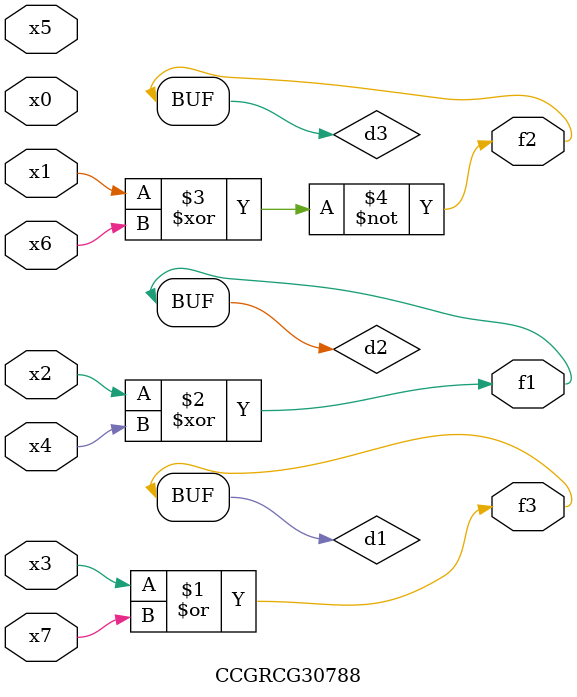
<source format=v>
module CCGRCG30788(
	input x0, x1, x2, x3, x4, x5, x6, x7,
	output f1, f2, f3
);

	wire d1, d2, d3;

	or (d1, x3, x7);
	xor (d2, x2, x4);
	xnor (d3, x1, x6);
	assign f1 = d2;
	assign f2 = d3;
	assign f3 = d1;
endmodule

</source>
